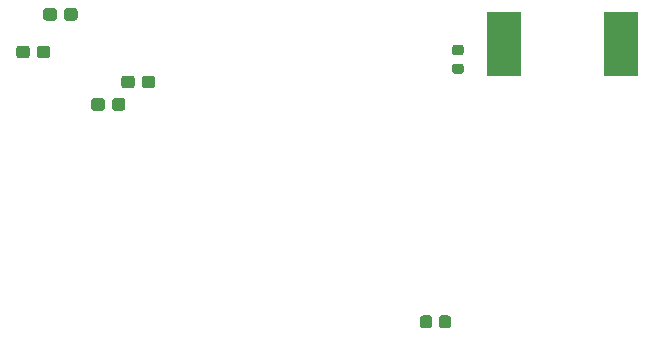
<source format=gbr>
G04 #@! TF.GenerationSoftware,KiCad,Pcbnew,5.0.2-bee76a0~70~ubuntu18.04.1*
G04 #@! TF.CreationDate,2019-11-21T17:40:54+09:00*
G04 #@! TF.ProjectId,Drone,44726f6e-652e-46b6-9963-61645f706362,rev?*
G04 #@! TF.SameCoordinates,Original*
G04 #@! TF.FileFunction,Paste,Top*
G04 #@! TF.FilePolarity,Positive*
%FSLAX46Y46*%
G04 Gerber Fmt 4.6, Leading zero omitted, Abs format (unit mm)*
G04 Created by KiCad (PCBNEW 5.0.2-bee76a0~70~ubuntu18.04.1) date 2019年11月21日 17時40分54秒*
%MOMM*%
%LPD*%
G01*
G04 APERTURE LIST*
%ADD10R,2.900000X5.400000*%
%ADD11C,0.100000*%
%ADD12C,0.875000*%
%ADD13C,1.000000*%
%ADD14C,1.050000*%
G04 APERTURE END LIST*
D10*
G04 #@! TO.C,L1*
X151260000Y-93980000D03*
X161160000Y-93980000D03*
G04 #@! TD*
D11*
G04 #@! TO.C,C2*
G36*
X147597691Y-95601053D02*
X147618926Y-95604203D01*
X147639750Y-95609419D01*
X147659962Y-95616651D01*
X147679368Y-95625830D01*
X147697781Y-95636866D01*
X147715024Y-95649654D01*
X147730930Y-95664070D01*
X147745346Y-95679976D01*
X147758134Y-95697219D01*
X147769170Y-95715632D01*
X147778349Y-95735038D01*
X147785581Y-95755250D01*
X147790797Y-95776074D01*
X147793947Y-95797309D01*
X147795000Y-95818750D01*
X147795000Y-96256250D01*
X147793947Y-96277691D01*
X147790797Y-96298926D01*
X147785581Y-96319750D01*
X147778349Y-96339962D01*
X147769170Y-96359368D01*
X147758134Y-96377781D01*
X147745346Y-96395024D01*
X147730930Y-96410930D01*
X147715024Y-96425346D01*
X147697781Y-96438134D01*
X147679368Y-96449170D01*
X147659962Y-96458349D01*
X147639750Y-96465581D01*
X147618926Y-96470797D01*
X147597691Y-96473947D01*
X147576250Y-96475000D01*
X147063750Y-96475000D01*
X147042309Y-96473947D01*
X147021074Y-96470797D01*
X147000250Y-96465581D01*
X146980038Y-96458349D01*
X146960632Y-96449170D01*
X146942219Y-96438134D01*
X146924976Y-96425346D01*
X146909070Y-96410930D01*
X146894654Y-96395024D01*
X146881866Y-96377781D01*
X146870830Y-96359368D01*
X146861651Y-96339962D01*
X146854419Y-96319750D01*
X146849203Y-96298926D01*
X146846053Y-96277691D01*
X146845000Y-96256250D01*
X146845000Y-95818750D01*
X146846053Y-95797309D01*
X146849203Y-95776074D01*
X146854419Y-95755250D01*
X146861651Y-95735038D01*
X146870830Y-95715632D01*
X146881866Y-95697219D01*
X146894654Y-95679976D01*
X146909070Y-95664070D01*
X146924976Y-95649654D01*
X146942219Y-95636866D01*
X146960632Y-95625830D01*
X146980038Y-95616651D01*
X147000250Y-95609419D01*
X147021074Y-95604203D01*
X147042309Y-95601053D01*
X147063750Y-95600000D01*
X147576250Y-95600000D01*
X147597691Y-95601053D01*
X147597691Y-95601053D01*
G37*
D12*
X147320000Y-96037500D03*
D11*
G36*
X147597691Y-94026053D02*
X147618926Y-94029203D01*
X147639750Y-94034419D01*
X147659962Y-94041651D01*
X147679368Y-94050830D01*
X147697781Y-94061866D01*
X147715024Y-94074654D01*
X147730930Y-94089070D01*
X147745346Y-94104976D01*
X147758134Y-94122219D01*
X147769170Y-94140632D01*
X147778349Y-94160038D01*
X147785581Y-94180250D01*
X147790797Y-94201074D01*
X147793947Y-94222309D01*
X147795000Y-94243750D01*
X147795000Y-94681250D01*
X147793947Y-94702691D01*
X147790797Y-94723926D01*
X147785581Y-94744750D01*
X147778349Y-94764962D01*
X147769170Y-94784368D01*
X147758134Y-94802781D01*
X147745346Y-94820024D01*
X147730930Y-94835930D01*
X147715024Y-94850346D01*
X147697781Y-94863134D01*
X147679368Y-94874170D01*
X147659962Y-94883349D01*
X147639750Y-94890581D01*
X147618926Y-94895797D01*
X147597691Y-94898947D01*
X147576250Y-94900000D01*
X147063750Y-94900000D01*
X147042309Y-94898947D01*
X147021074Y-94895797D01*
X147000250Y-94890581D01*
X146980038Y-94883349D01*
X146960632Y-94874170D01*
X146942219Y-94863134D01*
X146924976Y-94850346D01*
X146909070Y-94835930D01*
X146894654Y-94820024D01*
X146881866Y-94802781D01*
X146870830Y-94784368D01*
X146861651Y-94764962D01*
X146854419Y-94744750D01*
X146849203Y-94723926D01*
X146846053Y-94702691D01*
X146845000Y-94681250D01*
X146845000Y-94243750D01*
X146846053Y-94222309D01*
X146849203Y-94201074D01*
X146854419Y-94180250D01*
X146861651Y-94160038D01*
X146870830Y-94140632D01*
X146881866Y-94122219D01*
X146894654Y-94104976D01*
X146909070Y-94089070D01*
X146924976Y-94074654D01*
X146942219Y-94061866D01*
X146960632Y-94050830D01*
X146980038Y-94041651D01*
X147000250Y-94034419D01*
X147021074Y-94029203D01*
X147042309Y-94026053D01*
X147063750Y-94025000D01*
X147576250Y-94025000D01*
X147597691Y-94026053D01*
X147597691Y-94026053D01*
G37*
D12*
X147320000Y-94462500D03*
G04 #@! TD*
D11*
G04 #@! TO.C,C3*
G36*
X146477004Y-116926204D02*
X146501273Y-116929804D01*
X146525071Y-116935765D01*
X146548171Y-116944030D01*
X146570349Y-116954520D01*
X146591393Y-116967133D01*
X146611098Y-116981747D01*
X146629277Y-116998223D01*
X146645753Y-117016402D01*
X146660367Y-117036107D01*
X146672980Y-117057151D01*
X146683470Y-117079329D01*
X146691735Y-117102429D01*
X146697696Y-117126227D01*
X146701296Y-117150496D01*
X146702500Y-117175000D01*
X146702500Y-117775000D01*
X146701296Y-117799504D01*
X146697696Y-117823773D01*
X146691735Y-117847571D01*
X146683470Y-117870671D01*
X146672980Y-117892849D01*
X146660367Y-117913893D01*
X146645753Y-117933598D01*
X146629277Y-117951777D01*
X146611098Y-117968253D01*
X146591393Y-117982867D01*
X146570349Y-117995480D01*
X146548171Y-118005970D01*
X146525071Y-118014235D01*
X146501273Y-118020196D01*
X146477004Y-118023796D01*
X146452500Y-118025000D01*
X145952500Y-118025000D01*
X145927996Y-118023796D01*
X145903727Y-118020196D01*
X145879929Y-118014235D01*
X145856829Y-118005970D01*
X145834651Y-117995480D01*
X145813607Y-117982867D01*
X145793902Y-117968253D01*
X145775723Y-117951777D01*
X145759247Y-117933598D01*
X145744633Y-117913893D01*
X145732020Y-117892849D01*
X145721530Y-117870671D01*
X145713265Y-117847571D01*
X145707304Y-117823773D01*
X145703704Y-117799504D01*
X145702500Y-117775000D01*
X145702500Y-117175000D01*
X145703704Y-117150496D01*
X145707304Y-117126227D01*
X145713265Y-117102429D01*
X145721530Y-117079329D01*
X145732020Y-117057151D01*
X145744633Y-117036107D01*
X145759247Y-117016402D01*
X145775723Y-116998223D01*
X145793902Y-116981747D01*
X145813607Y-116967133D01*
X145834651Y-116954520D01*
X145856829Y-116944030D01*
X145879929Y-116935765D01*
X145903727Y-116929804D01*
X145927996Y-116926204D01*
X145952500Y-116925000D01*
X146452500Y-116925000D01*
X146477004Y-116926204D01*
X146477004Y-116926204D01*
G37*
D13*
X146202500Y-117475000D03*
D11*
G36*
X144902004Y-116926204D02*
X144926273Y-116929804D01*
X144950071Y-116935765D01*
X144973171Y-116944030D01*
X144995349Y-116954520D01*
X145016393Y-116967133D01*
X145036098Y-116981747D01*
X145054277Y-116998223D01*
X145070753Y-117016402D01*
X145085367Y-117036107D01*
X145097980Y-117057151D01*
X145108470Y-117079329D01*
X145116735Y-117102429D01*
X145122696Y-117126227D01*
X145126296Y-117150496D01*
X145127500Y-117175000D01*
X145127500Y-117775000D01*
X145126296Y-117799504D01*
X145122696Y-117823773D01*
X145116735Y-117847571D01*
X145108470Y-117870671D01*
X145097980Y-117892849D01*
X145085367Y-117913893D01*
X145070753Y-117933598D01*
X145054277Y-117951777D01*
X145036098Y-117968253D01*
X145016393Y-117982867D01*
X144995349Y-117995480D01*
X144973171Y-118005970D01*
X144950071Y-118014235D01*
X144926273Y-118020196D01*
X144902004Y-118023796D01*
X144877500Y-118025000D01*
X144377500Y-118025000D01*
X144352996Y-118023796D01*
X144328727Y-118020196D01*
X144304929Y-118014235D01*
X144281829Y-118005970D01*
X144259651Y-117995480D01*
X144238607Y-117982867D01*
X144218902Y-117968253D01*
X144200723Y-117951777D01*
X144184247Y-117933598D01*
X144169633Y-117913893D01*
X144157020Y-117892849D01*
X144146530Y-117870671D01*
X144138265Y-117847571D01*
X144132304Y-117823773D01*
X144128704Y-117799504D01*
X144127500Y-117775000D01*
X144127500Y-117175000D01*
X144128704Y-117150496D01*
X144132304Y-117126227D01*
X144138265Y-117102429D01*
X144146530Y-117079329D01*
X144157020Y-117057151D01*
X144169633Y-117036107D01*
X144184247Y-117016402D01*
X144200723Y-116998223D01*
X144218902Y-116981747D01*
X144238607Y-116967133D01*
X144259651Y-116954520D01*
X144281829Y-116944030D01*
X144304929Y-116935765D01*
X144328727Y-116929804D01*
X144352996Y-116926204D01*
X144377500Y-116925000D01*
X144877500Y-116925000D01*
X144902004Y-116926204D01*
X144902004Y-116926204D01*
G37*
D13*
X144627500Y-117475000D03*
G04 #@! TD*
D11*
G04 #@! TO.C,R3*
G36*
X110828229Y-94091264D02*
X110853711Y-94095044D01*
X110878700Y-94101303D01*
X110902954Y-94109982D01*
X110926242Y-94120996D01*
X110948337Y-94134239D01*
X110969028Y-94149585D01*
X110988116Y-94166884D01*
X111005415Y-94185972D01*
X111020761Y-94206663D01*
X111034004Y-94228758D01*
X111045018Y-94252046D01*
X111053697Y-94276300D01*
X111059956Y-94301289D01*
X111063736Y-94326771D01*
X111065000Y-94352500D01*
X111065000Y-94877500D01*
X111063736Y-94903229D01*
X111059956Y-94928711D01*
X111053697Y-94953700D01*
X111045018Y-94977954D01*
X111034004Y-95001242D01*
X111020761Y-95023337D01*
X111005415Y-95044028D01*
X110988116Y-95063116D01*
X110969028Y-95080415D01*
X110948337Y-95095761D01*
X110926242Y-95109004D01*
X110902954Y-95120018D01*
X110878700Y-95128697D01*
X110853711Y-95134956D01*
X110828229Y-95138736D01*
X110802500Y-95140000D01*
X110177500Y-95140000D01*
X110151771Y-95138736D01*
X110126289Y-95134956D01*
X110101300Y-95128697D01*
X110077046Y-95120018D01*
X110053758Y-95109004D01*
X110031663Y-95095761D01*
X110010972Y-95080415D01*
X109991884Y-95063116D01*
X109974585Y-95044028D01*
X109959239Y-95023337D01*
X109945996Y-95001242D01*
X109934982Y-94977954D01*
X109926303Y-94953700D01*
X109920044Y-94928711D01*
X109916264Y-94903229D01*
X109915000Y-94877500D01*
X109915000Y-94352500D01*
X109916264Y-94326771D01*
X109920044Y-94301289D01*
X109926303Y-94276300D01*
X109934982Y-94252046D01*
X109945996Y-94228758D01*
X109959239Y-94206663D01*
X109974585Y-94185972D01*
X109991884Y-94166884D01*
X110010972Y-94149585D01*
X110031663Y-94134239D01*
X110053758Y-94120996D01*
X110077046Y-94109982D01*
X110101300Y-94101303D01*
X110126289Y-94095044D01*
X110151771Y-94091264D01*
X110177500Y-94090000D01*
X110802500Y-94090000D01*
X110828229Y-94091264D01*
X110828229Y-94091264D01*
G37*
D14*
X110490000Y-94615000D03*
D11*
G36*
X112578229Y-94091264D02*
X112603711Y-94095044D01*
X112628700Y-94101303D01*
X112652954Y-94109982D01*
X112676242Y-94120996D01*
X112698337Y-94134239D01*
X112719028Y-94149585D01*
X112738116Y-94166884D01*
X112755415Y-94185972D01*
X112770761Y-94206663D01*
X112784004Y-94228758D01*
X112795018Y-94252046D01*
X112803697Y-94276300D01*
X112809956Y-94301289D01*
X112813736Y-94326771D01*
X112815000Y-94352500D01*
X112815000Y-94877500D01*
X112813736Y-94903229D01*
X112809956Y-94928711D01*
X112803697Y-94953700D01*
X112795018Y-94977954D01*
X112784004Y-95001242D01*
X112770761Y-95023337D01*
X112755415Y-95044028D01*
X112738116Y-95063116D01*
X112719028Y-95080415D01*
X112698337Y-95095761D01*
X112676242Y-95109004D01*
X112652954Y-95120018D01*
X112628700Y-95128697D01*
X112603711Y-95134956D01*
X112578229Y-95138736D01*
X112552500Y-95140000D01*
X111927500Y-95140000D01*
X111901771Y-95138736D01*
X111876289Y-95134956D01*
X111851300Y-95128697D01*
X111827046Y-95120018D01*
X111803758Y-95109004D01*
X111781663Y-95095761D01*
X111760972Y-95080415D01*
X111741884Y-95063116D01*
X111724585Y-95044028D01*
X111709239Y-95023337D01*
X111695996Y-95001242D01*
X111684982Y-94977954D01*
X111676303Y-94953700D01*
X111670044Y-94928711D01*
X111666264Y-94903229D01*
X111665000Y-94877500D01*
X111665000Y-94352500D01*
X111666264Y-94326771D01*
X111670044Y-94301289D01*
X111676303Y-94276300D01*
X111684982Y-94252046D01*
X111695996Y-94228758D01*
X111709239Y-94206663D01*
X111724585Y-94185972D01*
X111741884Y-94166884D01*
X111760972Y-94149585D01*
X111781663Y-94134239D01*
X111803758Y-94120996D01*
X111827046Y-94109982D01*
X111851300Y-94101303D01*
X111876289Y-94095044D01*
X111901771Y-94091264D01*
X111927500Y-94090000D01*
X112552500Y-94090000D01*
X112578229Y-94091264D01*
X112578229Y-94091264D01*
G37*
D14*
X112240000Y-94615000D03*
G04 #@! TD*
D11*
G04 #@! TO.C,R5*
G36*
X118928229Y-98536264D02*
X118953711Y-98540044D01*
X118978700Y-98546303D01*
X119002954Y-98554982D01*
X119026242Y-98565996D01*
X119048337Y-98579239D01*
X119069028Y-98594585D01*
X119088116Y-98611884D01*
X119105415Y-98630972D01*
X119120761Y-98651663D01*
X119134004Y-98673758D01*
X119145018Y-98697046D01*
X119153697Y-98721300D01*
X119159956Y-98746289D01*
X119163736Y-98771771D01*
X119165000Y-98797500D01*
X119165000Y-99322500D01*
X119163736Y-99348229D01*
X119159956Y-99373711D01*
X119153697Y-99398700D01*
X119145018Y-99422954D01*
X119134004Y-99446242D01*
X119120761Y-99468337D01*
X119105415Y-99489028D01*
X119088116Y-99508116D01*
X119069028Y-99525415D01*
X119048337Y-99540761D01*
X119026242Y-99554004D01*
X119002954Y-99565018D01*
X118978700Y-99573697D01*
X118953711Y-99579956D01*
X118928229Y-99583736D01*
X118902500Y-99585000D01*
X118277500Y-99585000D01*
X118251771Y-99583736D01*
X118226289Y-99579956D01*
X118201300Y-99573697D01*
X118177046Y-99565018D01*
X118153758Y-99554004D01*
X118131663Y-99540761D01*
X118110972Y-99525415D01*
X118091884Y-99508116D01*
X118074585Y-99489028D01*
X118059239Y-99468337D01*
X118045996Y-99446242D01*
X118034982Y-99422954D01*
X118026303Y-99398700D01*
X118020044Y-99373711D01*
X118016264Y-99348229D01*
X118015000Y-99322500D01*
X118015000Y-98797500D01*
X118016264Y-98771771D01*
X118020044Y-98746289D01*
X118026303Y-98721300D01*
X118034982Y-98697046D01*
X118045996Y-98673758D01*
X118059239Y-98651663D01*
X118074585Y-98630972D01*
X118091884Y-98611884D01*
X118110972Y-98594585D01*
X118131663Y-98579239D01*
X118153758Y-98565996D01*
X118177046Y-98554982D01*
X118201300Y-98546303D01*
X118226289Y-98540044D01*
X118251771Y-98536264D01*
X118277500Y-98535000D01*
X118902500Y-98535000D01*
X118928229Y-98536264D01*
X118928229Y-98536264D01*
G37*
D14*
X118590000Y-99060000D03*
D11*
G36*
X117178229Y-98536264D02*
X117203711Y-98540044D01*
X117228700Y-98546303D01*
X117252954Y-98554982D01*
X117276242Y-98565996D01*
X117298337Y-98579239D01*
X117319028Y-98594585D01*
X117338116Y-98611884D01*
X117355415Y-98630972D01*
X117370761Y-98651663D01*
X117384004Y-98673758D01*
X117395018Y-98697046D01*
X117403697Y-98721300D01*
X117409956Y-98746289D01*
X117413736Y-98771771D01*
X117415000Y-98797500D01*
X117415000Y-99322500D01*
X117413736Y-99348229D01*
X117409956Y-99373711D01*
X117403697Y-99398700D01*
X117395018Y-99422954D01*
X117384004Y-99446242D01*
X117370761Y-99468337D01*
X117355415Y-99489028D01*
X117338116Y-99508116D01*
X117319028Y-99525415D01*
X117298337Y-99540761D01*
X117276242Y-99554004D01*
X117252954Y-99565018D01*
X117228700Y-99573697D01*
X117203711Y-99579956D01*
X117178229Y-99583736D01*
X117152500Y-99585000D01*
X116527500Y-99585000D01*
X116501771Y-99583736D01*
X116476289Y-99579956D01*
X116451300Y-99573697D01*
X116427046Y-99565018D01*
X116403758Y-99554004D01*
X116381663Y-99540761D01*
X116360972Y-99525415D01*
X116341884Y-99508116D01*
X116324585Y-99489028D01*
X116309239Y-99468337D01*
X116295996Y-99446242D01*
X116284982Y-99422954D01*
X116276303Y-99398700D01*
X116270044Y-99373711D01*
X116266264Y-99348229D01*
X116265000Y-99322500D01*
X116265000Y-98797500D01*
X116266264Y-98771771D01*
X116270044Y-98746289D01*
X116276303Y-98721300D01*
X116284982Y-98697046D01*
X116295996Y-98673758D01*
X116309239Y-98651663D01*
X116324585Y-98630972D01*
X116341884Y-98611884D01*
X116360972Y-98594585D01*
X116381663Y-98579239D01*
X116403758Y-98565996D01*
X116427046Y-98554982D01*
X116451300Y-98546303D01*
X116476289Y-98540044D01*
X116501771Y-98536264D01*
X116527500Y-98535000D01*
X117152500Y-98535000D01*
X117178229Y-98536264D01*
X117178229Y-98536264D01*
G37*
D14*
X116840000Y-99060000D03*
G04 #@! TD*
D11*
G04 #@! TO.C,R6*
G36*
X119718229Y-96631264D02*
X119743711Y-96635044D01*
X119768700Y-96641303D01*
X119792954Y-96649982D01*
X119816242Y-96660996D01*
X119838337Y-96674239D01*
X119859028Y-96689585D01*
X119878116Y-96706884D01*
X119895415Y-96725972D01*
X119910761Y-96746663D01*
X119924004Y-96768758D01*
X119935018Y-96792046D01*
X119943697Y-96816300D01*
X119949956Y-96841289D01*
X119953736Y-96866771D01*
X119955000Y-96892500D01*
X119955000Y-97417500D01*
X119953736Y-97443229D01*
X119949956Y-97468711D01*
X119943697Y-97493700D01*
X119935018Y-97517954D01*
X119924004Y-97541242D01*
X119910761Y-97563337D01*
X119895415Y-97584028D01*
X119878116Y-97603116D01*
X119859028Y-97620415D01*
X119838337Y-97635761D01*
X119816242Y-97649004D01*
X119792954Y-97660018D01*
X119768700Y-97668697D01*
X119743711Y-97674956D01*
X119718229Y-97678736D01*
X119692500Y-97680000D01*
X119067500Y-97680000D01*
X119041771Y-97678736D01*
X119016289Y-97674956D01*
X118991300Y-97668697D01*
X118967046Y-97660018D01*
X118943758Y-97649004D01*
X118921663Y-97635761D01*
X118900972Y-97620415D01*
X118881884Y-97603116D01*
X118864585Y-97584028D01*
X118849239Y-97563337D01*
X118835996Y-97541242D01*
X118824982Y-97517954D01*
X118816303Y-97493700D01*
X118810044Y-97468711D01*
X118806264Y-97443229D01*
X118805000Y-97417500D01*
X118805000Y-96892500D01*
X118806264Y-96866771D01*
X118810044Y-96841289D01*
X118816303Y-96816300D01*
X118824982Y-96792046D01*
X118835996Y-96768758D01*
X118849239Y-96746663D01*
X118864585Y-96725972D01*
X118881884Y-96706884D01*
X118900972Y-96689585D01*
X118921663Y-96674239D01*
X118943758Y-96660996D01*
X118967046Y-96649982D01*
X118991300Y-96641303D01*
X119016289Y-96635044D01*
X119041771Y-96631264D01*
X119067500Y-96630000D01*
X119692500Y-96630000D01*
X119718229Y-96631264D01*
X119718229Y-96631264D01*
G37*
D14*
X119380000Y-97155000D03*
D11*
G36*
X121468229Y-96631264D02*
X121493711Y-96635044D01*
X121518700Y-96641303D01*
X121542954Y-96649982D01*
X121566242Y-96660996D01*
X121588337Y-96674239D01*
X121609028Y-96689585D01*
X121628116Y-96706884D01*
X121645415Y-96725972D01*
X121660761Y-96746663D01*
X121674004Y-96768758D01*
X121685018Y-96792046D01*
X121693697Y-96816300D01*
X121699956Y-96841289D01*
X121703736Y-96866771D01*
X121705000Y-96892500D01*
X121705000Y-97417500D01*
X121703736Y-97443229D01*
X121699956Y-97468711D01*
X121693697Y-97493700D01*
X121685018Y-97517954D01*
X121674004Y-97541242D01*
X121660761Y-97563337D01*
X121645415Y-97584028D01*
X121628116Y-97603116D01*
X121609028Y-97620415D01*
X121588337Y-97635761D01*
X121566242Y-97649004D01*
X121542954Y-97660018D01*
X121518700Y-97668697D01*
X121493711Y-97674956D01*
X121468229Y-97678736D01*
X121442500Y-97680000D01*
X120817500Y-97680000D01*
X120791771Y-97678736D01*
X120766289Y-97674956D01*
X120741300Y-97668697D01*
X120717046Y-97660018D01*
X120693758Y-97649004D01*
X120671663Y-97635761D01*
X120650972Y-97620415D01*
X120631884Y-97603116D01*
X120614585Y-97584028D01*
X120599239Y-97563337D01*
X120585996Y-97541242D01*
X120574982Y-97517954D01*
X120566303Y-97493700D01*
X120560044Y-97468711D01*
X120556264Y-97443229D01*
X120555000Y-97417500D01*
X120555000Y-96892500D01*
X120556264Y-96866771D01*
X120560044Y-96841289D01*
X120566303Y-96816300D01*
X120574982Y-96792046D01*
X120585996Y-96768758D01*
X120599239Y-96746663D01*
X120614585Y-96725972D01*
X120631884Y-96706884D01*
X120650972Y-96689585D01*
X120671663Y-96674239D01*
X120693758Y-96660996D01*
X120717046Y-96649982D01*
X120741300Y-96641303D01*
X120766289Y-96635044D01*
X120791771Y-96631264D01*
X120817500Y-96630000D01*
X121442500Y-96630000D01*
X121468229Y-96631264D01*
X121468229Y-96631264D01*
G37*
D14*
X121130000Y-97155000D03*
G04 #@! TD*
D11*
G04 #@! TO.C,R4*
G36*
X114878229Y-90916264D02*
X114903711Y-90920044D01*
X114928700Y-90926303D01*
X114952954Y-90934982D01*
X114976242Y-90945996D01*
X114998337Y-90959239D01*
X115019028Y-90974585D01*
X115038116Y-90991884D01*
X115055415Y-91010972D01*
X115070761Y-91031663D01*
X115084004Y-91053758D01*
X115095018Y-91077046D01*
X115103697Y-91101300D01*
X115109956Y-91126289D01*
X115113736Y-91151771D01*
X115115000Y-91177500D01*
X115115000Y-91702500D01*
X115113736Y-91728229D01*
X115109956Y-91753711D01*
X115103697Y-91778700D01*
X115095018Y-91802954D01*
X115084004Y-91826242D01*
X115070761Y-91848337D01*
X115055415Y-91869028D01*
X115038116Y-91888116D01*
X115019028Y-91905415D01*
X114998337Y-91920761D01*
X114976242Y-91934004D01*
X114952954Y-91945018D01*
X114928700Y-91953697D01*
X114903711Y-91959956D01*
X114878229Y-91963736D01*
X114852500Y-91965000D01*
X114227500Y-91965000D01*
X114201771Y-91963736D01*
X114176289Y-91959956D01*
X114151300Y-91953697D01*
X114127046Y-91945018D01*
X114103758Y-91934004D01*
X114081663Y-91920761D01*
X114060972Y-91905415D01*
X114041884Y-91888116D01*
X114024585Y-91869028D01*
X114009239Y-91848337D01*
X113995996Y-91826242D01*
X113984982Y-91802954D01*
X113976303Y-91778700D01*
X113970044Y-91753711D01*
X113966264Y-91728229D01*
X113965000Y-91702500D01*
X113965000Y-91177500D01*
X113966264Y-91151771D01*
X113970044Y-91126289D01*
X113976303Y-91101300D01*
X113984982Y-91077046D01*
X113995996Y-91053758D01*
X114009239Y-91031663D01*
X114024585Y-91010972D01*
X114041884Y-90991884D01*
X114060972Y-90974585D01*
X114081663Y-90959239D01*
X114103758Y-90945996D01*
X114127046Y-90934982D01*
X114151300Y-90926303D01*
X114176289Y-90920044D01*
X114201771Y-90916264D01*
X114227500Y-90915000D01*
X114852500Y-90915000D01*
X114878229Y-90916264D01*
X114878229Y-90916264D01*
G37*
D14*
X114540000Y-91440000D03*
D11*
G36*
X113128229Y-90916264D02*
X113153711Y-90920044D01*
X113178700Y-90926303D01*
X113202954Y-90934982D01*
X113226242Y-90945996D01*
X113248337Y-90959239D01*
X113269028Y-90974585D01*
X113288116Y-90991884D01*
X113305415Y-91010972D01*
X113320761Y-91031663D01*
X113334004Y-91053758D01*
X113345018Y-91077046D01*
X113353697Y-91101300D01*
X113359956Y-91126289D01*
X113363736Y-91151771D01*
X113365000Y-91177500D01*
X113365000Y-91702500D01*
X113363736Y-91728229D01*
X113359956Y-91753711D01*
X113353697Y-91778700D01*
X113345018Y-91802954D01*
X113334004Y-91826242D01*
X113320761Y-91848337D01*
X113305415Y-91869028D01*
X113288116Y-91888116D01*
X113269028Y-91905415D01*
X113248337Y-91920761D01*
X113226242Y-91934004D01*
X113202954Y-91945018D01*
X113178700Y-91953697D01*
X113153711Y-91959956D01*
X113128229Y-91963736D01*
X113102500Y-91965000D01*
X112477500Y-91965000D01*
X112451771Y-91963736D01*
X112426289Y-91959956D01*
X112401300Y-91953697D01*
X112377046Y-91945018D01*
X112353758Y-91934004D01*
X112331663Y-91920761D01*
X112310972Y-91905415D01*
X112291884Y-91888116D01*
X112274585Y-91869028D01*
X112259239Y-91848337D01*
X112245996Y-91826242D01*
X112234982Y-91802954D01*
X112226303Y-91778700D01*
X112220044Y-91753711D01*
X112216264Y-91728229D01*
X112215000Y-91702500D01*
X112215000Y-91177500D01*
X112216264Y-91151771D01*
X112220044Y-91126289D01*
X112226303Y-91101300D01*
X112234982Y-91077046D01*
X112245996Y-91053758D01*
X112259239Y-91031663D01*
X112274585Y-91010972D01*
X112291884Y-90991884D01*
X112310972Y-90974585D01*
X112331663Y-90959239D01*
X112353758Y-90945996D01*
X112377046Y-90934982D01*
X112401300Y-90926303D01*
X112426289Y-90920044D01*
X112451771Y-90916264D01*
X112477500Y-90915000D01*
X113102500Y-90915000D01*
X113128229Y-90916264D01*
X113128229Y-90916264D01*
G37*
D14*
X112790000Y-91440000D03*
G04 #@! TD*
M02*

</source>
